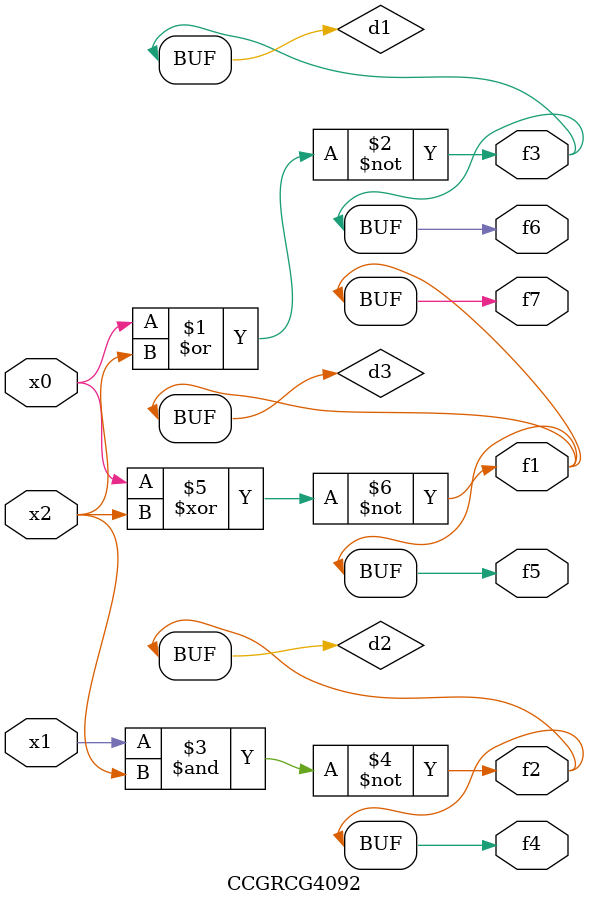
<source format=v>
module CCGRCG4092(
	input x0, x1, x2,
	output f1, f2, f3, f4, f5, f6, f7
);

	wire d1, d2, d3;

	nor (d1, x0, x2);
	nand (d2, x1, x2);
	xnor (d3, x0, x2);
	assign f1 = d3;
	assign f2 = d2;
	assign f3 = d1;
	assign f4 = d2;
	assign f5 = d3;
	assign f6 = d1;
	assign f7 = d3;
endmodule

</source>
